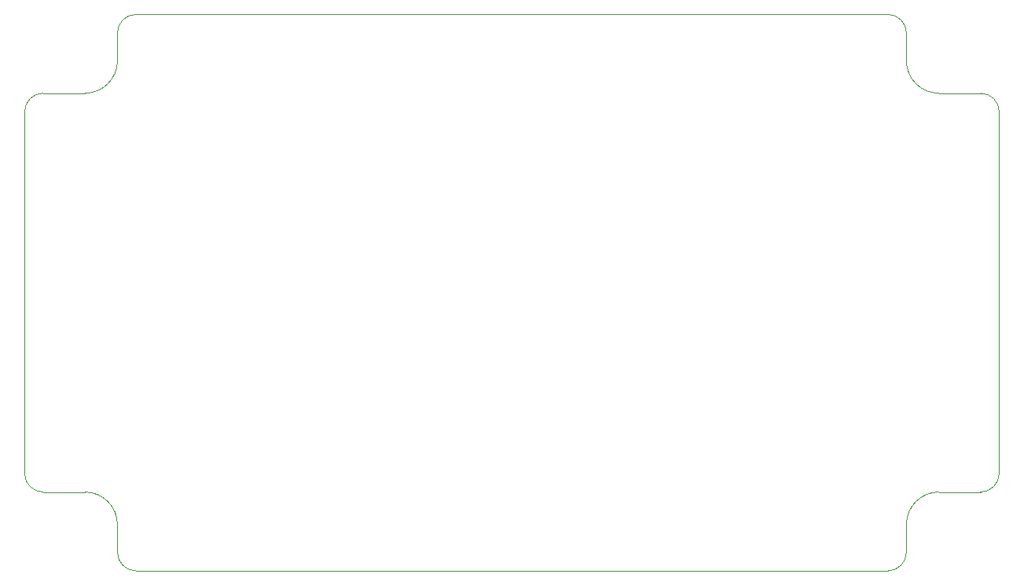
<source format=gbr>
%TF.GenerationSoftware,KiCad,Pcbnew,(5.1.9)-1*%
%TF.CreationDate,2021-09-27T19:56:37+03:00*%
%TF.ProjectId,ESP8266DevBoard,45535038-3236-4364-9465-76426f617264,1.1*%
%TF.SameCoordinates,Original*%
%TF.FileFunction,Profile,NP*%
%FSLAX46Y46*%
G04 Gerber Fmt 4.6, Leading zero omitted, Abs format (unit mm)*
G04 Created by KiCad (PCBNEW (5.1.9)-1) date 2021-09-27 19:56:37*
%MOMM*%
%LPD*%
G01*
G04 APERTURE LIST*
%TA.AperFunction,Profile*%
%ADD10C,0.050000*%
%TD*%
G04 APERTURE END LIST*
D10*
X110000000Y-42000000D02*
G75*
G02*
X112000000Y-40000000I2000000J0D01*
G01*
X100000000Y-50500000D02*
G75*
G02*
X102000000Y-48500000I2000000J0D01*
G01*
X102000000Y-91500000D02*
G75*
G02*
X100000000Y-89500000I0J2000000D01*
G01*
X112000000Y-100000000D02*
G75*
G02*
X110000000Y-98000000I0J2000000D01*
G01*
X195000000Y-98000000D02*
G75*
G02*
X193000000Y-100000000I-2000000J0D01*
G01*
X205000000Y-89500000D02*
G75*
G02*
X203000000Y-91500000I-2000000J0D01*
G01*
X203000000Y-48500000D02*
G75*
G02*
X205000000Y-50500000I0J-2000000D01*
G01*
X193000000Y-40000000D02*
G75*
G02*
X195000000Y-42000000I0J-2000000D01*
G01*
X195000000Y-45000000D02*
X195000000Y-42000000D01*
X198500000Y-48500000D02*
X203000000Y-48500000D01*
X195000000Y-95000000D02*
X195000000Y-98000000D01*
X198500000Y-91500000D02*
X203000000Y-91500000D01*
X195000000Y-95000000D02*
G75*
G02*
X198500000Y-91500000I3500000J0D01*
G01*
X198500000Y-48500000D02*
G75*
G02*
X195000000Y-45000000I0J3500000D01*
G01*
X106500000Y-48500000D02*
X102000000Y-48500000D01*
X110000000Y-45000000D02*
X110000000Y-42000000D01*
X110000000Y-45000000D02*
G75*
G02*
X106500000Y-48500000I-3500000J0D01*
G01*
X106500000Y-91500000D02*
X102000000Y-91500000D01*
X110000000Y-95000000D02*
X110000000Y-98000000D01*
X106500000Y-91500000D02*
G75*
G02*
X110000000Y-95000000I0J-3500000D01*
G01*
X205000000Y-50500000D02*
X205000000Y-89500000D01*
X100000000Y-89500000D02*
X100000000Y-50500000D01*
X112000000Y-40000000D02*
X193000000Y-40000000D01*
X112000000Y-100000000D02*
X193000000Y-100000000D01*
M02*

</source>
